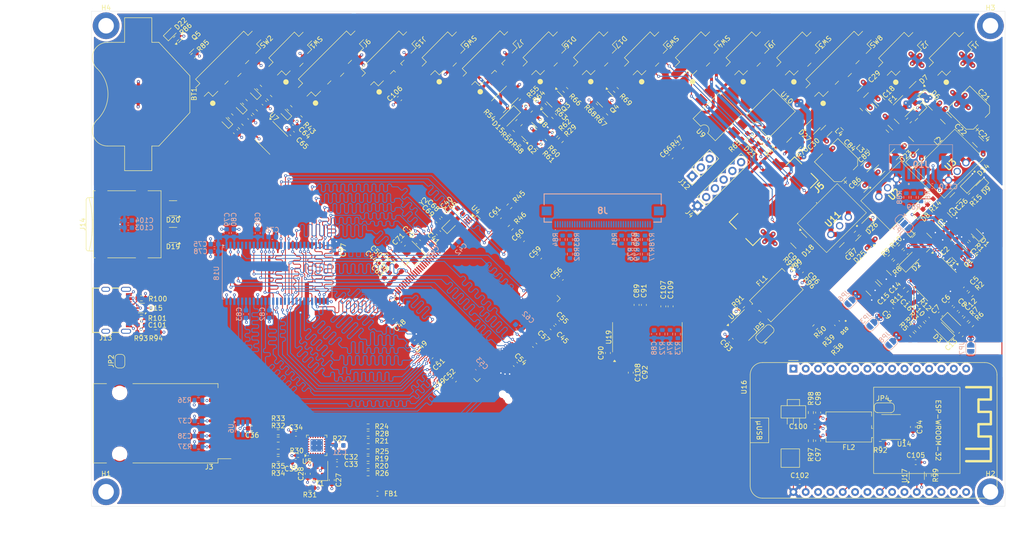
<source format=kicad_pcb>
(kicad_pcb
	(version 20241229)
	(generator "pcbnew")
	(generator_version "9.0")
	(general
		(thickness 1.6238)
		(legacy_teardrops no)
	)
	(paper "A4")
	(layers
		(0 "F.Cu" signal)
		(4 "In1.Cu" power)
		(6 "In2.Cu" power)
		(2 "B.Cu" signal)
		(9 "F.Adhes" user "F.Adhesive")
		(11 "B.Adhes" user "B.Adhesive")
		(13 "F.Paste" user)
		(15 "B.Paste" user)
		(5 "F.SilkS" user "F.Silkscreen")
		(7 "B.SilkS" user "B.Silkscreen")
		(1 "F.Mask" user)
		(3 "B.Mask" user)
		(17 "Dwgs.User" user "User.Drawings")
		(19 "Cmts.User" user "User.Comments")
		(21 "Eco1.User" user "User.Eco1")
		(23 "Eco2.User" user "User.Eco2")
		(25 "Edge.Cuts" user)
		(27 "Margin" user)
		(31 "F.CrtYd" user "F.Courtyard")
		(29 "B.CrtYd" user "B.Courtyard")
		(35 "F.Fab" user)
		(33 "B.Fab" user)
		(39 "User.1" user)
		(41 "User.2" user)
		(43 "User.3" user)
		(45 "User.4" user)
		(47 "User.5" user)
		(49 "User.6" user)
		(51 "User.7" user)
		(53 "User.8" user)
		(55 "User.9" user)
	)
	(setup
		(stackup
			(layer "F.SilkS"
				(type "Top Silk Screen")
			)
			(layer "F.Paste"
				(type "Top Solder Paste")
			)
			(layer "F.Mask"
				(type "Top Solder Mask")
				(thickness 0.01)
			)
			(layer "F.Cu"
				(type "copper")
				(thickness 0.035)
			)
			(layer "dielectric 1"
				(type "prepreg")
				(thickness 0.0994)
				(material "FR4")
				(epsilon_r 4.1)
				(loss_tangent 0.02)
			)
			(layer "In1.Cu"
				(type "copper")
				(thickness 0.035)
			)
			(layer "dielectric 2"
				(type "core")
				(thickness 1.265)
				(material "FR4")
				(epsilon_r 4.5)
				(loss_tangent 0.02)
			)
			(layer "In2.Cu"
				(type "copper")
				(thickness 0.035)
			)
			(layer "dielectric 3"
				(type "prepreg")
				(thickness 0.0994)
				(material "FR4")
				(epsilon_r 4.1)
				(loss_tangent 0.02)
			)
			(layer "B.Cu"
				(type "copper")
				(thickness 0.035)
			)
			(layer "B.Mask"
				(type "Bottom Solder Mask")
				(thickness 0.01)
			)
			(layer "B.Paste"
				(type "Bottom Solder Paste")
			)
			(layer "B.SilkS"
				(type "Bottom Silk Screen")
			)
			(copper_finish "None")
			(dielectric_constraints yes)
		)
		(pad_to_mask_clearance 0)
		(allow_soldermask_bridges_in_footprints no)
		(tenting front back)
		(pcbplotparams
			(layerselection 0x00000000_00000000_55555555_5755f5ff)
			(plot_on_all_layers_selection 0x00000000_00000000_00000000_00000000)
			(disableapertmacros no)
			(usegerberextensions no)
			(usegerberattributes yes)
			(usegerberadvancedattributes yes)
			(creategerberjobfile yes)
			(dashed_line_dash_ratio 12.000000)
			(dashed_line_gap_ratio 3.000000)
			(svgprecision 4)
			(plotframeref no)
			(mode 1)
			(useauxorigin no)
			(hpglpennumber 1)
			(hpglpenspeed 20)
			(hpglpendiameter 15.000000)
			(pdf_front_fp_property_popups yes)
			(pdf_back_fp_property_popups yes)
			(pdf_metadata yes)
			(pdf_single_document no)
			(dxfpolygonmode yes)
			(dxfimperialunits yes)
			(dxfusepcbnewfont yes)
			(psnegative no)
			(psa4output no)
			(plot_black_and_white yes)
			(plotinvisibletext no)
			(sketchpadsonfab no)
			(plotpadnumbers no)
			(hidednponfab no)
			(sketchdnponfab yes)
			(crossoutdnponfab yes)
			(subtractmaskfromsilk no)
			(outputformat 1)
			(mirror no)
			(drillshape 0)
			(scaleselection 1)
			(outputdirectory "Gerber/")
		)
	)
	(net 0 "")
	(net 1 "+3V3_FER")
	(net 2 "Earth")
	(net 3 "/Ethernet/LED_G")
	(net 4 "/Ethernet/LED_Y")
	(net 5 "GND")
	(net 6 "+3V3")
	(net 7 "+5V")
	(net 8 "/Power/3V3_Display")
	(net 9 "Net-(C5-Pad2)")
	(net 10 "Net-(U1-COMP)")
	(net 11 "Net-(U1-C1+)")
	(net 12 "Net-(U1-C1-)")
	(net 13 "Net-(U1-C2+)")
	(net 14 "Net-(U1-C2-)")
	(net 15 "Net-(U1-DRV)")
	(net 16 "Net-(U1-FB1)")
	(net 17 "Net-(U1-REF)")
	(net 18 "Net-(U1-VCOMIN)")
	(net 19 "+24V")
	(net 20 "Net-(U3-VI)")
	(net 21 "Net-(U2-VI)")
	(net 22 "/Peripherals/V_{ref2}")
	(net 23 "Net-(D1-A)")
	(net 24 "Net-(D15-K)")
	(net 25 "/IEC_Charging_Circuit/CP")
	(net 26 "/IEC_Charging_Circuit/PP")
	(net 27 "/Core/EV_Start_Charging")
	(net 28 "/Display/LCD_VGL")
	(net 29 "Net-(Q1-B)")
	(net 30 "Net-(Q2-G)")
	(net 31 "Net-(U1-FB3)")
	(net 32 "Net-(U1-FB2)")
	(net 33 "/IEC_Charging_Circuit/PWM_SENSE")
	(net 34 "/Core/Charging_Point_PWM")
	(net 35 "/Core/~{IMD_Error_LED}")
	(net 36 "/SDRAM/D9")
	(net 37 "/SDRAM/A11")
	(net 38 "/Core/~{AMS_Error_LED}")
	(net 39 "/SDRAM/D0")
	(net 40 "unconnected-(U4B-PC13-Pad8)")
	(net 41 "unconnected-(U4B-PD4-Pad146)")
	(net 42 "/Core/PCAP_RST")
	(net 43 "/Display/B5")
	(net 44 "unconnected-(U4B-PI8-Pad7)")
	(net 45 "/SDRAM/D14")
	(net 46 "/SDRAM/D2")
	(net 47 "/SDRAM/D4")
	(net 48 "/Core/OSC_in")
	(net 49 "/Core/SWCLK")
	(net 50 "unconnected-(U4B-PG3-Pad107)")
	(net 51 "/Display/R2")
	(net 52 "/SDRAM/A3")
	(net 53 "/SDRAM/D13")
	(net 54 "/Core/LCD_Reset")
	(net 55 "/Display/R0")
	(net 56 "/SDRAM/A2")
	(net 57 "/Display/R7")
	(net 58 "/Display/B4")
	(net 59 "/Core/AMS_Reset_in")
	(net 60 "/Core/AMS_Reset_out")
	(net 61 "/Core/SDC_out")
	(net 62 "/SDRAM/A0")
	(net 63 "unconnected-(U4B-PF8-Pad26)")
	(net 64 "/SDRAM/SDNE0")
	(net 65 "/Core/SWDIO")
	(net 66 "/SDRAM/A10")
	(net 67 "unconnected-(U4B-PC10-Pad139)")
	(net 68 "/Display/G0")
	(net 69 "/SDRAM/BA0")
	(net 70 "/Ethernet/RMII_TX_EN")
	(net 71 "/Core/NRST")
	(net 72 "/SDRAM/D12")
	(net 73 "/SDRAM/NBL0")
	(net 74 "/Display/B0")
	(net 75 "/Core/RMII_nRST")
	(net 76 "/Display/G2")
	(net 77 "/Display/R1")
	(net 78 "unconnected-(U4B-PI9-Pad11)")
	(net 79 "/SDRAM/SDNWE")
	(net 80 "/Ethernet/RMII_RXD1")
	(net 81 "/SDRAM/A9")
	(net 82 "/SDRAM/D11")
	(net 83 "unconnected-(U4B-PI6-Pad175)")
	(net 84 "/Display/DE")
	(net 85 "/Display/G3")
	(net 86 "/Display/CLK")
	(net 87 "/Peripherals/USART_RX")
	(net 88 "unconnected-(U4B-PB5-Pad163)")
	(net 89 "unconnected-(U4B-PI3-Pad134)")
	(net 90 "/Peripherals/USB_OTG_VBUS")
	(net 91 "/SDRAM/A4")
	(net 92 "/Display/B3")
	(net 93 "/Peripherals/SDMMC_D0")
	(net 94 "/SDRAM/D15")
	(net 95 "/SDRAM/D3")
	(net 96 "/Display/G4")
	(net 97 "/SDRAM/A7")
	(net 98 "/SDRAM/A12")
	(net 99 "Net-(U4F-BOOT0)")
	(net 100 "unconnected-(U4B-PD7-Pad151)")
	(net 101 "/Display/G7")
	(net 102 "/Core/LED_B")
	(net 103 "/Ethernet/RMII_MDIO")
	(net 104 "/Display/G1")
	(net 105 "/Display/R6")
	(net 106 "/SDRAM/D6")
	(net 107 "/SDRAM/A1")
	(net 108 "/SDRAM/D8")
	(net 109 "/Display/B6")
	(net 110 "/Display/R4")
	(net 111 "/Core/OSC_out")
	(net 112 "unconnected-(U4B-PA15-Pad138)")
	(net 113 "/SDRAM/A5")
	(net 114 "/Display/G6")
	(net 115 "/Peripherals/ESP_RX")
	(net 116 "unconnected-(U4B-PF9-Pad27)")
	(net 117 "/Display/G5")
	(net 118 "/Core/LED_G")
	(net 119 "/Display/R5")
	(net 120 "unconnected-(U4B-PE2-Pad1)")
	(net 121 "/Ethernet/RMII_TXD1")
	(net 122 "/SDRAM/D5")
	(net 123 "/Peripherals/SDMMC_CMD")
	(net 124 "/SDRAM/D1")
	(net 125 "Net-(U4A-VREF+)")
	(net 126 "/Display/B1")
	(net 127 "/Display/B7")
	(net 128 "unconnected-(U4B-PD11-Pad99)")
	(net 129 "/Ethernet/RMII_MDC")
	(net 130 "unconnected-(U4B-PE3-Pad2)")
	(net 131 "/Core/OSC32_in")
	(net 132 "/SDRAM/SDCLK")
	(net 133 "/Peripherals/USART_TX")
	(net 134 "unconnected-(U4B-PA10-Pad121)")
	(net 135 "/Core/LED_R")
	(net 136 "/SDRAM/SDCKE0")
	(net 137 "/Ethernet/RMII_RXD0")
	(net 138 "unconnected-(U4B-PC11-Pad140)")
	(net 139 "/Ethernet/RMII_CRS_DV")
	(net 140 "/Core/TRACESWO")
	(net 141 "/Display/HSYNC")
	(net 142 "/Ethernet/RMII_TXD0")
	(net 143 "/SDRAM/D10")
	(net 144 "/SDRAM/SDNCAS")
	(net 145 "/Display/R3")
	(net 146 "/Core/OSC32_out")
	(net 147 "/Display/VSYNC")
	(net 148 "/SDRAM/D7")
	(net 149 "unconnected-(U4B-PG9-Pad152)")
	(net 150 "/SDRAM/BA1")
	(net 151 "/SDRAM/SDNRAS")
	(net 152 "/SDRAM/A6")
	(net 153 "/SDRAM/NBL1")
	(net 154 "/Display/B2")
	(net 155 "/Ethernet/RMII_REF_CLK")
	(net 156 "/SDRAM/A8")
	(net 157 "unconnected-(U4B-PB2-Pad58)")
	(net 158 "/Ethernet/XTAL2")
	(net 159 "/Ethernet/XTAL1")
	(net 160 "/Peripherals/ESP_TX")
	(net 161 "/Peripherals/STM_CAN_TX")
	(net 162 "/Peripherals/STM_CAN_RX")
	(net 163 "/Peripherals/SDMMC_CK")
	(net 164 "/Peripherals/ESP_CAN_RX")
	(net 165 "/SDC_and_SCS/RSD_in")
	(net 166 "/SDC_and_SCS/RSD_out")
	(net 167 "/Core/CANH")
	(net 168 "/Core/CANL")
	(net 169 "/Peripherals/ESP_CAN_TX")
	(net 170 "/Display/LCD_VGH")
	(net 171 "Net-(D5-A)")
	(net 172 "Net-(D9-A)")
	(net 173 "/Core/SDC_in")
	(net 174 "Net-(Q3-G)")
	(net 175 "Net-(Q4-G)")
	(net 176 "/Core/SDC_enable")
	(net 177 "/Display/I2C_SDA")
	(net 178 "/Display/I2C_SCL")
	(net 179 "/Display/LCD_SELB")
	(net 180 "VDD")
	(net 181 "/Display/LCD_STBYB")
	(net 182 "Net-(J1-Pin_1)")
	(net 183 "/Display/LCD_U{slash}D")
	(net 184 "/Display/LCD_L{slash}R")
	(net 185 "/Display/RXIN0-")
	(net 186 "/Display/RXCLKIN+")
	(net 187 "/Display/RXIN0+")
	(net 188 "/Display/RXIN2-")
	(net 189 "/Display/RXIN1-")
	(net 190 "/Display/RXIN2+")
	(net 191 "/Display/RXIN3+")
	(net 192 "/Display/RXIN3-")
	(net 193 "/Display/RXIN1+")
	(net 194 "/Display/RXCLKIN-")
	(net 195 "Net-(J2-Pin_1)")
	(net 196 "Net-(U4F-PDR_ON)")
	(net 197 "/Peripherals/SDMMC_D1")
	(net 198 "/Peripherals/SDMMC_D2")
	(net 199 "/Peripherals/SDMMC_D3")
	(net 200 "/Core/SDC_Voltage")
	(net 201 "/Core/TSAL_Green")
	(net 202 "/Core/TS_on")
	(net 203 "/Peripherals/USB_OTG_DP")
	(net 204 "/Peripherals/USB_OTG_DN")
	(net 205 "/Peripherals/D-")
	(net 206 "/Peripherals/D+")
	(net 207 "/Core/PCAP_Int")
	(net 208 "/Display/LCD_VDD")
	(net 209 "/Core/Encoder_push")
	(net 210 "/Core/Encoder_A")
	(net 211 "/Core/Encoder_B")
	(net 212 "/Ethernet/RXN")
	(net 213 "/Ethernet/TXN")
	(net 214 "/Ethernet/RXP")
	(net 215 "/Ethernet/TXP")
	(net 216 "/Core/SDC_on")
	(net 217 "/Core/EncB_on")
	(net 218 "/Core/EncPush_on")
	(net 219 "/Core/EncA_on")
	(net 220 "Net-(D16-A)")
	(net 221 "Net-(D16-K)")
	(net 222 "Net-(D17-K)")
	(net 223 "Net-(D17-A)")
	(net 224 "/Display/LCD_AVDD")
	(net 225 "/Display/VCOM")
	(net 226 "Net-(D7-K)")
	(net 227 "unconnected-(U4B-PH9-Pad86)")
	(net 228 "unconnected-(U4B-PH6-Pad83)")
	(net 229 "unconnected-(U4B-PH7-Pad84)")
	(net 230 "Net-(D3-A)")
	(net 231 "Net-(J13-CC2)")
	(net 232 "Net-(U5-VDDCR)")
	(net 233 "Net-(C39-Pad1)")
	(net 234 "Net-(C45-Pad1)")
	(net 235 "Net-(D11-K)")
	(net 236 "Net-(D12-K)")
	(net 237 "Net-(D13-K)")
	(net 238 "Net-(D14-K)")
	(net 239 "Net-(U15-VBUS)")
	(net 240 "Net-(D2-A)")
	(net 241 "Net-(D8-A)")
	(net 242 "Net-(D10-BK)")
	(net 243 "Net-(D10-GK)")
	(net 244 "Net-(D10-RK)")
	(net 245 "Net-(D11-A)")
	(net 246 "Net-(U13-CANH)")
	(net 247 "Net-(U13-CANL)")
	(net 248 "Net-(U14-CANH)")
	(net 249 "Net-(U14-CANL)")
	(net 250 "Net-(J3-Pad11)")
	(net 251 "Net-(J3-Pad2)")
	(net 252 "unconnected-(J3-NC-Pad9)")
	(net 253 "Net-(J5-Pin_2)")
	(net 254 "Net-(J13-CC1)")
	(net 255 "unconnected-(J13-SBU2-PadB8)")
	(net 256 "unconnected-(J13-SBU1-PadA8)")
	(net 257 "Net-(Q2-D)")
	(net 258 "Net-(R29-Pad1)")
	(net 259 "Net-(J15-Pin_2)")
	(net 260 "Net-(JP4-C)")
	(net 261 "Net-(JP5-C)")
	(net 262 "Net-(R3-Pad2)")
	(net 263 "Net-(R8-Pad2)")
	(net 264 "/Peripherals/V_{ref1}")
	(net 265 "Net-(U5-RXD0{slash}MODE0)")
	(net 266 "Net-(U5-RXD1{slash}MODE1)")
	(net 267 "Net-(U5-CRS_DV{slash}MODE2)")
	(net 268 "Net-(U5-~{INT}{slash}REFCLKO)")
	(net 269 "Net-(U5-RXER{slash}PHYAD0)")
	(net 270 "Net-(U5-RBIAS)")
	(net 271 "Net-(U8--)")
	(net 272 "Net-(R65-Pad1)")
	(net 273 "Net-(R70-Pad2)")
	(net 274 "V_{In}")
	(net 275 "Net-(R75-Pad2)")
	(net 276 "Net-(U13-Rs)")
	(net 277 "Net-(U14-Rs)")
	(net 278 "Net-(U16-D21)")
	(net 279 "unconnected-(U7-Pad12)")
	(net 280 "unconnected-(U7-Pad10)")
	(net 281 "unconnected-(U9-Pad3)")
	(net 282 "unconnected-(U10-Pad3)")
	(net 283 "unconnected-(U10-Pad5)")
	(net 284 "unconnected-(U16-D26-Pad7)")
	(net 285 "unconnected-(U16-D2-Pad27)")
	(net 286 "unconnected-(U16-VIN-Pad1)")
	(net 287 "unconnected-(U16-D34-Pad12)")
	(net 288 "unconnected-(U16-D39{slash}VN-Pad13)")
	(net 289 "unconnected-(U16-D19-Pad21)")
	(net 290 "unconnected-(U16-D36{slash}VP-Pad14)")
	(net 291 "unconnected-(U16-TX0{slash}D1-Pad18)")
	(net 292 "unconnected-(U16-D14-Pad5)")
	(net 293 "unconnected-(U16-D25-Pad8)")
	(net 294 "unconnected-(U16-D15-Pad28)")
	(net 295 "unconnected-(U16-D13-Pad3)")
	(net 296 "unconnected-(U16-D23-Pad16)")
	(net 297 "unconnected-(U16-D27-Pad6)")
	(net 298 "unconnected-(U16-EN-Pad15)")
	(net 299 "unconnected-(U16-D33-Pad9)")
	(net 300 "unconnected-(U16-D22-Pad17)")
	(net 301 "unconnected-(U16-D35-Pad11)")
	(net 302 "unconnected-(U16-D18-Pad22)")
	(net 303 "unconnected-(U16-D12-Pad4)")
	(net 304 "unconnected-(U16-D32-Pad10)")
	(net 305 "unconnected-(U16-RX0{slash}D3-Pad19)")
	(net 306 "unconnected-(U17-NC-Pad1)")
	(net 307 "Net-(BT1-+)")
	(net 308 "VBAT")
	(net 309 "Net-(D22-A)")
	(net 310 "Net-(Q5-G)")
	(net 311 "unconnected-(U18-NC-Pad40)")
	(net 312 "unconnected-(U18-NC-Pad36)")
	(net 313 "Net-(U11-VI)")
	(net 314 "Net-(D25-K)")
	(net 315 "Net-(D26-A)")
	(net 316 "+12V")
	(net 317 "unconnected-(J8-Pin_37-Pad37)")
	(net 318 "unconnected-(J8-Pin_23-Pad23)")
	(net 319 "unconnected-(J8-Pin_26-Pad26)")
	(net 320 "Net-(J8-Pin_35)")
	(net 321 "unconnected-(J8-Pin_27-Pad27)")
	(net 322 "unconnected-(J8-Pin_24-Pad24)")
	(net 323 "Net-(J8-Pin_38)")
	(net 324 "unconnected-(J8-Pin_4-Pad4)")
	(net 325 "Net-(J8-Pin_29)")
	(net 326 "Net-(J8-Pin_1)")
	(net 327 "unconnected-(J8-Pin_36-Pad36)")
	(net 328 "Net-(U19-CLKSEL)")
	(net 329 "Net-(U19-~{SHTDN})")
	(net 330 "Net-(R76-Pad2)")
	(footprint "Capacitor_SMD:C_1206_3216Metric" (layer "F.Cu") (at 218.05 68.997055 -45))
	(footprint "Capacitor_SMD:C_0603_1608Metric" (layer "F.Cu") (at 217.599138 91.659104 45))
	(footprint "Package_SO:SOIC-8_3.9x4.9mm_P1.27mm" (layer "F.Cu") (at 214.55 127.660001 180))
	(footprint "Resistor_SMD:R_0603_1608Metric" (layer "F.Cu") (at 106.925 137.2))
	(footprint "Capacitor_SMD:C_0603_1608Metric" (layer "F.Cu") (at 156.280001 112.412502 90))
	(footprint "Capacitor_SMD:C_1206_3216Metric" (layer "F.Cu") (at 232.45 68.897055 -45))
	(footprint "Capacitor_SMD:C_0603_1608Metric" (layer "F.Cu") (at 91.3 67.197055 135))
	(footprint "Package_TO_SOT_SMD:SOT-23" (layer "F.Cu") (at 69.49055 49.123915 45))
	(footprint "Capacitor_SMD:C_0603_1608Metric" (layer "F.Cu") (at 218.670709 101.512049 -45))
	(footprint "Charger:ESP32-WROOM-32-DevKit-30Pin" (layer "F.Cu") (at 194.45 115.650001 -90))
	(footprint "LED_SMD:LED_0603_1608Metric" (layer "F.Cu") (at 66.35 46.55 45))
	(footprint "Inductor_SMD:L_Wuerth_WE-PD2-Typ-MS" (layer "F.Cu") (at 211.8 68.697055 -45))
	(footprint "Package_TO_SOT_SMD:SOT-23-3" (layer "F.Cu") (at 155.728751 60.125806 -45))
	(footprint "Resistor_SMD:R_0603_1608Metric" (layer "F.Cu") (at 88.425 130.25 180))
	(footprint "Package_DIP:SMDIP-6_W9.53mm" (layer "F.Cu") (at 178.828751 63.675806 135))
	(footprint "FaSTTUBe_connectors:Micro_Mate-N-Lok_2p_vertical" (layer "F.Cu") (at 226.8 50.8 -135))
	(footprint "Resistor_SMD:R_0603_1608Metric" (layer "F.Cu") (at 194.560661 92.839339 135))
	(footprint "Resistor_SMD:R_0603_1608Metric" (layer "F.Cu") (at 60.2725 101.16 180))
	(footprint "Diode_SMD:D_SOD-123" (layer "F.Cu") (at 222.6 60.547055 -45))
	(footprint "Package_SO:TSSOP-56_6.1x14mm_P0.5mm" (layer "F.Cu") (at 164.4 109.1625 90))
	(footprint "Inductor_SMD:L_0603_1608Metric" (layer "F.Cu") (at 108.85 141.4 180))
	(footprint "Resistor_SMD:R_0603_1608Metric" (layer "F.Cu") (at 60.2475 108.16))
	(footprint "Inductor_SMD:L_Wuerth_WE-PD2-Typ-MS" (layer "F.Cu") (at 221.75 66.297055 45))
	(footprint "LED_SMD:LED_0603_1608Metric" (layer "F.Cu") (at 220.356847 62.390208 -135))
	(footprint "Capacitor_SMD:CP_Elec_6.3x7.7" (layer "F.Cu") (at 230.75 62.247055 135))
	(footprint "Capacitor_SMD:C_0603_1608Metric" (layer "F.Cu") (at 199.55 124.685001 90))
	(footprint "LED_SMD:LED_0603_1608Metric" (layer "F.Cu") (at 232.120709 87.912049 135))
	(footprint "Resistor_SMD:R_0603_1608Metric" (layer "F.Cu") (at 145.228751 63.625806 -45))
	(footprint "Capacitor_SMD:C_1210_3225Metric" (layer "F.Cu") (at 225.649138 84.959104 -45))
	(footprint "Resistor_SMD:R_0603_1608Metric" (layer "F.Cu") (at 231.03076 106.5221 45))
	(footprint "Resistor_SMD:R_0603_1608Metric" (layer "F.Cu") (at 67.4 47.65 45))
	(footprint "Resistor_SMD:R_0603_1608Metric" (layer "F.Cu") (at 153.628751 61.525806 -45))
	(footprint "Capacitor_SMD:C_0603_1608Metric" (layer "F.Cu") (at 113.25 95.05887 -45))
	(footprint "MountingHole:MountingHole_3.2mm_M3_ISO14580_Pad_TopBottom"
		(layer "F.Cu")
		(uuid "26de1e0b-d85e-4d4c-a770-5ad986b2216d")
		(at 53 141)
		(descr "Mounting Hole 3.2mm, M3, generated by kicad-footprint-generator mountinghole.py")
		(tags "mountinghole M3 ISO14580")
		(property "Reference" "H1"
			(at 0 -3.7 0)
			(layer "F.SilkS")
			(uuid "d0a71202-4dd9-4eef-8869-2eb5d6d1a1ab")
			(effects
				(font
					(size 1 1)
					(thickness 0.15)
				)
			)
		)
		(property "Value" "MountingHole_Pad"
			(at 0 3.7 0)
			(layer "F.Fab")
			(uuid "6ba976ca-2c41-40c4-8b28-f834a3da718a")
			(effects
				(font
					(size 1 1)
					(thickness 0.15)
				)
			)
		)
		(property "Datasheet" ""
			(at 0 0 0)
			(layer "F.Fab")
			(hide yes)
			(uuid "5c4c838a-f529-4b7f-91fe-99df3217c8bc")
			(effects
				(font
					(size 1.27 1.27)
					(thickness 0.15)
				)
			)
		)
		(property "Description" "Mounting Hole with connection"
			(at 0 0 0)
			(layer "F.Fab")
			(hide yes)
			(uuid "9ad4a582-8a01-4620-9cf7-df9e95c3d65a")
			(effects
				(font
					(size 1.27 1.27)
					(thickness 0.15)
				)
			)
		)
		(property ki_fp_filters "MountingHole*Pad*")
		(path "/159f274e-b258-4936-b8b7-4b0283a04dcf")
		(sheetname "/")
		(sheetfile "FT25-Charger.kicad_sch")
		(attr exclude_from_pos_files exclude_from_bom)
		(fp_circle
			(center 0 0)
			(end 2.75 0)
			(stroke
				(width 0.15)
				(type solid)
			)
			(fill no)
			(layer "Cmts.User")
			(uuid "958ea8ac-b397-4cc0-9c1a-3b545487d0b0")
		)
		(fp_circle
			(center 0 0)
			(end 3 0)
			(stroke
				(width 0.05)
				(type solid)
			)
			(fill no)
			(layer "F.CrtYd")
			(uuid "8afac716-738d-4742-8e76-f5ef4ef38bfd")
		)
		(fp_text user "${REFERENCE}"
			(at 0 0 0)
			(layer "F.Fab")
			(uuid "9db91fd5-8bfc-4403-9054-03cea9b155e7")
			(effects
				(font
					(size 1 1)
					(thickness 0.15)
				)
			)
		)
		(pad "1" thru_hole circle
			(at 0 0)
			(size 3.6 3.6)
			(drill 3.2)
			(layers "*.Cu" "*.Mask")
			(remove_unused_layers no)
			(net 5 "GND")
			(pinfunction "1")
			(pintype "input")
			(zone_connect 2)
			(uuid "02fb57e2-e662-42e0-8233-760fc3bde428")
		)
		(pad "1" connect circle
			(at 0 0)
			(size 5.5 5.5)
			(layers "F.Cu" "F.Mask")
			(net 5 "GND")
			(pinfunction "1")
			(pintype "input")
			(zone_connect 2)
			(uuid "6ec4a72f-0ec7-4942-9455-81ef47ce9751")
		)
		(pad "1" connect circle
			(at 0 0)
			(size 5.5 5.5)
			(layers "B.Cu" "B.Mask")
			(net 5 "GN
... [4098026 chars truncated]
</source>
